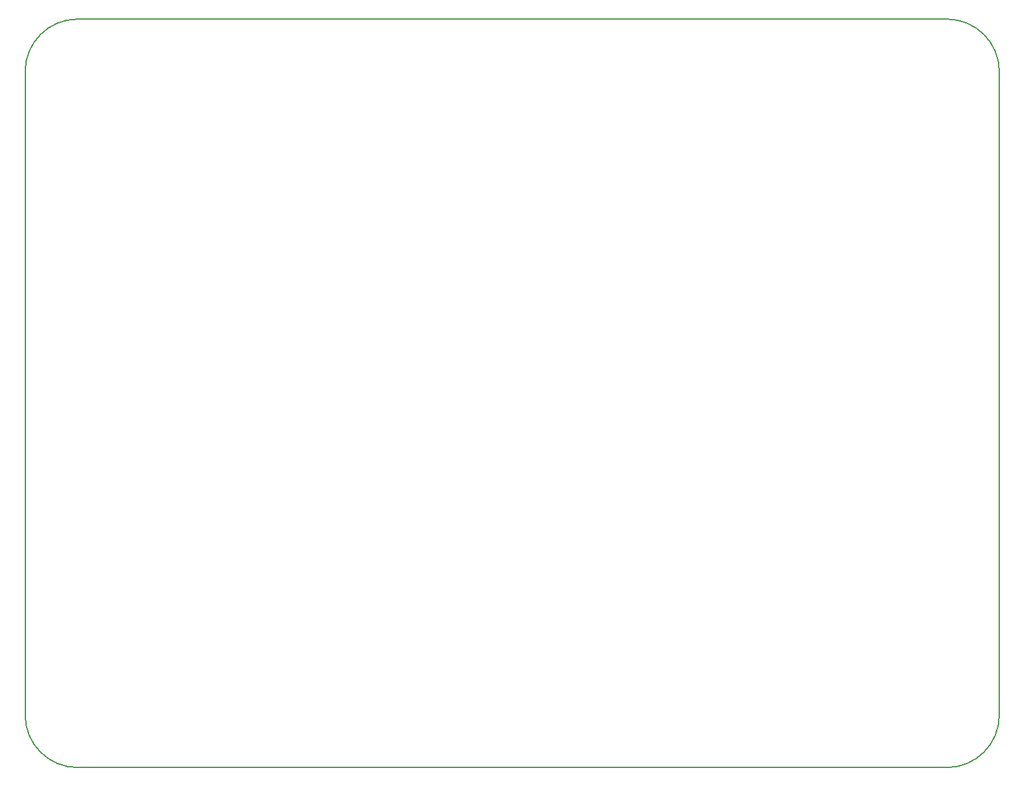
<source format=gm1>
G04 Layer_Color=16711935*
%FSLAX25Y25*%
%MOIN*%
G70*
G01*
G75*
%ADD47C,0.00787*%
D47*
X27559Y393701D02*
G03*
X0Y366142I0J-27559D01*
G01*
Y27559D02*
G03*
X27559Y0I27559J0D01*
G01*
X484252D02*
G03*
X511811Y27559I0J27559D01*
G01*
Y366142D02*
G03*
X484252Y393701I-27559J0D01*
G01*
X27559Y0D02*
X484252D01*
X511811Y27559D02*
Y366142D01*
X27559Y393701D02*
X484252D01*
X0Y27559D02*
Y366142D01*
M02*

</source>
